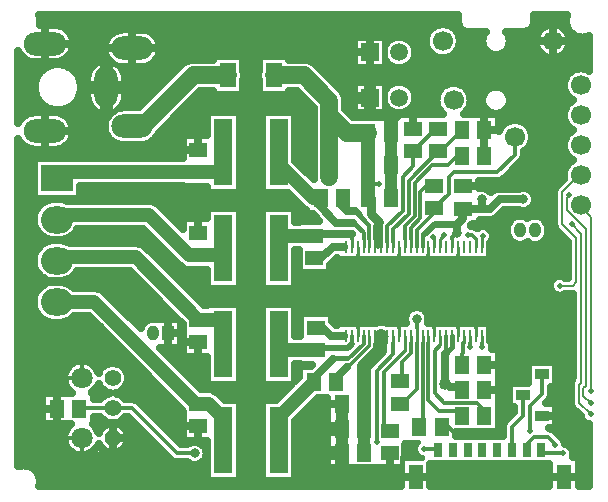
<source format=gbr>
G04 DipTrace 3.3.1.3*
G04 Bottom.gbr*
%MOIN*%
G04 #@! TF.FileFunction,Copper,L2,Bot*
G04 #@! TF.Part,Single*
G04 #@! TA.AperFunction,CopperBalancing*
%ADD13C,0.03937*%
%ADD14C,0.012992*%
%ADD15C,0.025984*%
G04 #@! TA.AperFunction,Conductor*
%ADD16C,0.015748*%
%ADD17C,0.023622*%
G04 #@! TA.AperFunction,Nonconductor*
%ADD18C,0.019685*%
G04 #@! TA.AperFunction,Conductor*
%ADD19C,0.01122*%
%ADD20C,0.007874*%
G04 #@! TA.AperFunction,CopperBalancing*
%ADD21C,0.047244*%
G04 #@! TA.AperFunction,Conductor*
%ADD22C,0.059055*%
G04 #@! TA.AperFunction,ViaPad*
%ADD23C,0.031496*%
G04 #@! TA.AperFunction,CopperBalancing*
%ADD25C,0.003937*%
%ADD26C,0.025*%
%ADD27C,0.043307*%
%ADD28C,0.017717*%
%ADD30R,0.059055X0.051181*%
%ADD31R,0.051181X0.059055*%
%ADD36R,0.055118X0.082677*%
G04 #@! TA.AperFunction,ComponentPad*
%ADD38O,0.137795X0.07874*%
%ADD39O,0.07874X0.137795*%
%ADD40O,0.141732X0.07874*%
%ADD41C,0.066929*%
%ADD42R,0.066929X0.066929*%
%ADD43R,0.05937X0.05937*%
%ADD44C,0.05937*%
%ADD45R,0.106299X0.090551*%
%ADD46O,0.106299X0.090551*%
%ADD47R,0.031496X0.047244*%
%ADD48R,0.051181X0.084646*%
G04 #@! TA.AperFunction,ComponentPad*
%ADD49R,0.03937X0.051181*%
%ADD50O,0.03937X0.051181*%
%ADD52R,0.062992X0.224409*%
%ADD58R,0.049213X0.035433*%
%ADD63R,0.01122X0.03937*%
%ADD64R,0.334646X0.137795*%
G04 #@! TA.AperFunction,ComponentPad*
%ADD69C,0.055118*%
%ADD70C,0.070866*%
G04 #@! TA.AperFunction,ViaPad*
%ADD73C,0.04*%
%FSLAX26Y26*%
G04*
G70*
G90*
G75*
G01*
G04 Bottom*
%LPD*%
X1852770Y928583D2*
D14*
Y869676D1*
D15*
X1849551Y866457D1*
Y771969D1*
X1865299Y756220D1*
X1892858D1*
X1900732Y748346D1*
X1904669D1*
X1849551Y768031D2*
D14*
Y771969D1*
X1872455Y928583D2*
D16*
Y889361D1*
X1852770Y869676D1*
X741283Y686929D2*
D14*
X804669D1*
X955850Y535748D1*
X1014906D1*
X741283Y686929D2*
X630654D1*
X629079Y685354D1*
X2109394Y1382205D2*
D15*
X2030654D1*
X1999157Y1350709D1*
X1966955D1*
X1908606D1*
Y1319213D1*
X1888921Y1299528D1*
D17*
X1814118D1*
D18*
X1782622Y1268031D1*
X1778685D1*
D14*
X1774030Y1263377D1*
Y1223858D1*
X1888921Y1271969D2*
D15*
Y1299528D1*
X1904669Y1315276D1*
Y1346772D1*
X1908606Y1350709D1*
X1971598Y1382205D2*
Y1355352D1*
D14*
X1966955Y1350709D1*
X1872455Y1223858D2*
D19*
Y1250039D1*
D14*
Y1255503D1*
X1888921Y1271969D1*
X1810181Y1256220D2*
X1813400Y1253001D1*
D19*
Y1223858D1*
X1845614Y1264094D2*
X1833085Y1251566D1*
Y1223858D1*
X1695290D2*
Y1197677D1*
D14*
Y1174261D1*
X1793715Y1223858D2*
D19*
Y1197677D1*
D14*
Y1174261D1*
X1892140Y1223858D2*
D19*
Y1197677D1*
D14*
Y1174261D1*
X1667936Y1604215D2*
D13*
Y1495640D1*
Y1386375D1*
X1668140D1*
X1695290Y1197677D2*
D14*
Y1125433D1*
X1744503Y1076220D1*
X1793715Y1197677D2*
Y1125433D1*
X1744503Y1076220D1*
X1892140Y1197677D2*
Y1154576D1*
X1813785Y1076220D1*
X1744503D1*
X1505585Y699046D2*
D13*
Y618720D1*
Y538395D1*
X1505381D1*
X1557495Y1223858D2*
D19*
Y1197677D1*
D14*
Y1186072D1*
X1585772Y1157795D1*
X1662928D1*
X1744503Y1076220D1*
X1557495Y928583D2*
D19*
Y954764D1*
D14*
Y1004970D1*
X1628745Y1076220D1*
X1744503D1*
X1813400Y928583D2*
D19*
Y954764D1*
D14*
Y1007323D1*
X1744503Y1076220D1*
X1892140Y928583D2*
D19*
Y954764D1*
D14*
Y1027156D1*
X1843076Y1076220D1*
X1744503D1*
X1951196Y928583D2*
D19*
Y954764D1*
D14*
Y1056151D1*
X1931126Y1076220D1*
X1744503D1*
X1979472Y1527874D2*
D15*
Y1614488D1*
X1837740Y622362D2*
D14*
X1861362D1*
X1888921Y594803D1*
X2034591D1*
Y669606D1*
X2050339Y685354D1*
Y827087D1*
X2070024Y846772D1*
Y866457D1*
X1695290Y928583D2*
D19*
Y954764D1*
D14*
Y1027008D1*
X1744503Y1076220D1*
X1593133Y1495640D2*
D21*
Y1604215D1*
Y1495640D2*
Y1386375D1*
X1593337D1*
X1463724Y1457008D2*
D22*
Y1645984D1*
Y1708976D1*
X1377110Y1795591D1*
X1278685D1*
X1616550Y1223858D2*
D19*
Y1250039D1*
D14*
Y1294873D1*
X1629079Y1307402D1*
D23*
X1601520Y1334961D1*
Y1386375D1*
X1593337D1*
X1636235Y1223858D2*
D19*
Y1250039D1*
D14*
Y1300245D1*
X1629079Y1307402D1*
X1625142Y1224724D2*
X1629079Y1307402D1*
X1593133Y1604215D2*
D22*
X1521241D1*
X1479472Y1645984D1*
X1463724D1*
X1580184Y538395D2*
D13*
Y618720D1*
X1580388D1*
Y699046D2*
D21*
Y618720D1*
X1655920Y928583D2*
D19*
X1636235D1*
X1616550D1*
X1636235D2*
D21*
X1633016Y878268D1*
X1580388Y825640D1*
Y699046D1*
D14*
D3*
X1629079Y1433386D2*
X1605457D1*
Y1398495D1*
X1593337Y1386375D1*
X1754345Y1223858D2*
Y1279125D1*
X1812596Y1337375D1*
Y1352808D1*
X1861362Y1401575D1*
Y1457008D1*
X1877110Y1472756D1*
X2022780D1*
X2081835Y1531811D1*
Y1590866D1*
X1714975Y1223858D2*
D19*
Y1250039D1*
D14*
Y1294873D1*
X1747189Y1327087D1*
Y1437323D1*
X1806244Y1496378D1*
X1857425D1*
X1904669Y1543622D1*
Y1527874D1*
X1734660Y1223858D2*
D19*
Y1250039D1*
D14*
Y1286999D1*
X1766874Y1319213D1*
Y1405827D1*
X1786559Y1425512D1*
X1812596D1*
Y1427612D1*
X1754345Y928583D2*
D19*
Y902402D1*
D14*
Y751566D1*
X1703882Y701102D1*
X1699945D1*
X1754345Y928583D2*
D19*
Y954764D1*
D14*
Y983849D1*
X1755063Y984567D1*
X1714975Y928583D2*
D19*
Y877550D1*
D14*
X1644827Y807402D1*
Y610551D1*
X1664512D1*
X1833085Y928583D2*
D19*
Y897235D1*
D14*
X1814118Y878268D1*
Y736535D1*
X1845614Y705039D1*
X1955850D1*
X1975535Y685354D1*
X1979983Y660366D1*
X1793715Y928583D2*
D19*
Y902402D1*
D14*
Y713631D1*
X1829866Y677480D1*
X1905180D1*
Y660366D1*
X1904975Y831243D2*
Y866151D1*
X1908606Y869782D1*
Y902402D1*
D19*
X1911825D1*
Y928583D1*
X1774030D2*
Y902402D1*
D14*
Y646702D1*
X1762937Y635609D1*
Y622362D1*
X1411864Y773811D2*
D21*
X1294433Y656381D1*
Y579055D1*
X1577180Y928583D2*
D14*
Y901172D1*
X1524827Y848819D1*
X1474370D1*
D15*
X1411864Y786312D1*
D14*
Y773811D1*
X1522780Y823150D2*
D15*
X1486667Y787037D1*
D14*
Y773811D1*
X1596865Y928583D2*
D19*
Y893298D1*
D14*
X1486667Y783100D1*
Y773811D1*
X1518125Y928583D2*
D19*
X1511874D1*
D15*
X1469614D1*
X1443117Y955080D1*
D14*
X1419738D1*
X1577180Y1223858D2*
D19*
Y1250039D1*
D14*
Y1271064D1*
X1543127Y1305117D1*
D15*
X1486871D1*
X1430615Y1361373D1*
D14*
Y1383129D1*
X1433862Y1386375D1*
D21*
X1408373D1*
X1294433Y1500315D1*
Y1539395D1*
X1508665Y1386375D2*
D14*
X1499157D1*
Y1366457D1*
D15*
X1522993Y1342621D1*
X1549378D1*
D14*
X1596865Y1295134D1*
Y1250039D1*
D19*
Y1223858D1*
X1537810D2*
Y1250039D1*
D14*
Y1267613D1*
D15*
X1419738D1*
D14*
X1413487Y1261362D1*
D21*
X1294433D1*
Y1219282D1*
X1413487Y1186559D2*
D15*
X1437071D1*
X1474370Y1223858D1*
X1510969D1*
D19*
X1518125D1*
X1109394Y579055D2*
D21*
Y653858D1*
X1062150Y701102D1*
X1026717D1*
X1018843D1*
X680260Y1039685D1*
X554276D1*
X1109394Y899168D2*
Y980630D1*
X1026717D1*
X818055Y1189291D1*
X581835D1*
X570024Y1177480D1*
X554276D1*
X1109394Y1539395D2*
Y1472756D1*
X1026717D1*
X589709D1*
D14*
Y1484567D1*
X554276D1*
Y1453071D1*
X1109394Y1219282D2*
D21*
Y1197165D1*
X1026717D1*
X995220D1*
X861362Y1331024D1*
X554276D1*
Y1315276D1*
X1675605Y1223858D2*
D19*
Y1240472D1*
D14*
Y1283062D1*
X1727504Y1334961D1*
Y1445197D1*
X1825929Y1543622D1*
X1833803D1*
X1904669Y1614488D1*
X1825929Y1618425D2*
X1818055D1*
X1743252Y1543622D1*
X1655920Y1223858D2*
D19*
Y1240472D1*
D14*
Y1292896D1*
X1707819Y1344795D1*
Y1457008D1*
X1743252Y1492441D1*
Y1543622D1*
X1924354Y1264094D2*
X1937140D1*
X1951196Y1250039D1*
D19*
Y1223858D1*
X1971598Y890079D2*
D14*
Y901684D1*
X1970881Y902402D1*
D19*
Y928583D1*
Y1223858D2*
Y1260157D1*
X1975535D1*
X1125147Y1795591D2*
D22*
X1010969D1*
X841677Y1626299D1*
X806244D1*
X1734660Y928583D2*
D19*
Y902402D1*
D14*
Y869676D1*
X1703882Y838898D1*
Y779843D1*
X1699945Y775906D1*
X2231441Y1094803D2*
D20*
X2274748D1*
X2286559Y1106614D1*
Y1252283D1*
X2239315Y1299528D1*
Y1405827D1*
X2296008Y1462520D1*
X2302307D1*
X2262937Y1397953D2*
Y1394016D1*
X2255063Y1386142D1*
Y1346772D1*
X2318055Y1283780D1*
Y760157D1*
X2310181Y752283D1*
Y728661D1*
X2333803Y705039D1*
X2270811Y1299528D2*
X2302307Y1268031D1*
Y771969D1*
X2294433Y764094D1*
Y705039D1*
X2333803Y665669D1*
Y744409D2*
Y1323150D1*
X2302307Y1354646D1*
Y1362520D1*
X2133016Y610551D2*
D14*
Y693228D1*
X2172386Y732598D1*
Y799528D1*
X1932228Y890079D2*
Y901684D1*
X1931510Y902402D1*
D19*
Y928583D1*
X1537810D2*
D14*
Y899757D1*
D18*
X1524375Y886323D1*
X1419738D1*
Y880277D1*
D21*
X1313324D1*
X1294433Y899168D1*
X1778685Y551496D2*
D14*
X1821992D1*
X1825929Y547559D1*
X1877110Y535748D2*
Y545591D1*
X1875142Y547559D1*
X1924354Y535748D2*
Y547559D1*
X1975535Y535748D2*
Y545591D1*
X1973567Y547559D1*
X2022780Y535748D2*
Y547559D1*
X1621205Y575118D2*
Y811339D1*
X1675605Y865739D1*
Y903119D1*
D19*
Y928583D1*
X2215693Y563307D2*
D14*
Y567244D1*
X2192071Y590866D1*
X2144827D1*
X2121205Y567244D1*
Y547559D1*
X2243252Y535748D2*
X2182228D1*
X2170417Y547559D1*
X2109394Y730631D2*
Y661732D1*
X2071992Y624331D1*
Y547559D1*
D13*
X1463724Y1457008D3*
D73*
X1849551Y768031D3*
X2321992Y594803D3*
D18*
X1975535Y1260157D3*
X1971598Y890079D3*
X1924354Y1264094D3*
X1932228Y890079D3*
X1845614Y1264094D3*
X1810181Y1256220D3*
X2333803Y744409D3*
Y705039D3*
Y665669D3*
X2270811Y1299528D3*
X2262937Y1397953D3*
D13*
X1633016Y878268D3*
D23*
X1755063Y984567D3*
D73*
X1814118Y1043622D3*
D23*
X2109394Y1382205D3*
D18*
X1629079Y1433386D3*
D23*
X1971598Y1382205D3*
D18*
X2133016Y610551D3*
D23*
X1888921Y1271969D3*
D73*
X1207819Y697165D3*
X2188134Y1075118D3*
X1680260D3*
D23*
X1014906Y535748D3*
D73*
X1566087Y1075118D3*
X1947976D3*
X2188134Y866457D3*
X877110Y468819D3*
D18*
X1070024Y1722756D3*
D73*
X1207819Y1020000D3*
Y1437323D3*
Y468819D3*
Y778530D3*
Y1096115D3*
X696008Y1257533D3*
Y1105302D3*
D18*
X2231441Y1094803D3*
D73*
X696008Y953071D3*
Y1409764D3*
X1270811Y1966850D3*
D18*
X1097583Y1722756D3*
X2215693Y563307D3*
X2243252Y535748D3*
X1778685Y551496D3*
X1877110Y535748D3*
X1924354D3*
X1975535D3*
D73*
X1434197Y689291D3*
D18*
X2022780Y535748D3*
D73*
X1434197Y590866D3*
D18*
X1058213Y1874331D3*
D73*
X1727504Y1966850D3*
D18*
X1101520Y1874331D3*
D73*
X2070024Y1075118D3*
Y866457D3*
X2286559Y563307D3*
D18*
X1621205Y575118D3*
X1070024Y1677480D3*
X1097583D3*
X1083803Y1699134D3*
X1058213Y1915669D3*
X1101520D3*
X1079866Y1895984D3*
X1476736Y855546D2*
D25*
X1528260D1*
X1476736Y851740D2*
X1528260D1*
X1528650Y859352D2*
X1476346D1*
X1476339Y850793D1*
X1528650Y850787D1*
X1528657Y859346D1*
X501061Y1970820D2*
D26*
X1889803D1*
X2147858D2*
X2249219D1*
X593499Y1945951D2*
X755396D1*
X857068D2*
X1795392D1*
X1887949D2*
X1904731D1*
X2132966D2*
X2161554D1*
X608606Y1921083D2*
X722168D1*
X890333D2*
X1542085D1*
X1653087D2*
X1672596D1*
X1719401D2*
X1783514D1*
X1899827D2*
X1971655D1*
X2066042D2*
X2149676D1*
X2265953D2*
X2327841D1*
X611333Y1896214D2*
X712335D1*
X900165D2*
X1542085D1*
X1745848D2*
X1784016D1*
X1899324D2*
X1972301D1*
X2065396D2*
X2150179D1*
X2265487D2*
X2327841D1*
X603654Y1871345D2*
X713304D1*
X899196D2*
X1542085D1*
X1751517D2*
X1797365D1*
X1886011D2*
X1990853D1*
X2046808D2*
X2163492D1*
X2252138D2*
X2327841D1*
X428719Y1846476D2*
X451565D1*
X578248D2*
X701534D1*
X886816D2*
X994170D1*
X1178519D2*
X1225300D1*
X1393896D2*
X1542085D1*
X1744771D2*
X2327841D1*
X428719Y1821608D2*
X513932D1*
X602470D2*
X665686D1*
X773566D2*
X959721D1*
X1178519D2*
X1225300D1*
X1428345D2*
X1542085D1*
X1653087D2*
X1678194D1*
X1713803D2*
X2327841D1*
X428719Y1796739D2*
X489530D1*
X626871D2*
X655387D1*
X783865D2*
X934853D1*
X1180492D2*
X1223326D1*
X1453212D2*
X2254494D1*
X428719Y1771870D2*
X479698D1*
X636703D2*
X654418D1*
X784833D2*
X909985D1*
X1178519D2*
X1225300D1*
X1478080D2*
X1542085D1*
X1653087D2*
X1675610D1*
X1716387D2*
X2243801D1*
X428719Y1747001D2*
X478657D1*
X637744D2*
X654418D1*
X784833D2*
X885118D1*
X1178519D2*
X1225300D1*
X1502948D2*
X1542085D1*
X1745238D2*
X1829195D1*
X1925018D2*
X1985327D1*
X2052371D2*
X2245164D1*
X428719Y1722133D2*
X486014D1*
X630424D2*
X654598D1*
X784654D2*
X860250D1*
X1014743D2*
X1373322D1*
X1517409D2*
X1542085D1*
X1751517D2*
X1818573D1*
X1935639D2*
X1971188D1*
X2066509D2*
X2259877D1*
X428719Y1697264D2*
X505283D1*
X611154D2*
X661774D1*
X777477D2*
X835382D1*
X989876D2*
X1398190D1*
X1519096D2*
X1542085D1*
X1745417D2*
X1820008D1*
X1934204D2*
X1972983D1*
X2064715D2*
X2254889D1*
X428719Y1672395D2*
X470619D1*
X559194D2*
X685781D1*
X965008D2*
X1052087D1*
X1166713D2*
X1237106D1*
X1351768D2*
X1408381D1*
X1653087D2*
X1674713D1*
X1717284D2*
X1834828D1*
X1919420D2*
X1994370D1*
X2043328D2*
X2243872D1*
X599527Y1647526D2*
X715206D1*
X940140D2*
X1052087D1*
X1166713D2*
X1237106D1*
X1351768D2*
X1408381D1*
X2030876D2*
X2075468D1*
X2088197D2*
X2245021D1*
X610436Y1622657D2*
X711618D1*
X915272D2*
X1052087D1*
X1166713D2*
X1237106D1*
X1351768D2*
X1408381D1*
X2131387D2*
X2259374D1*
X610293Y1597789D2*
X718364D1*
X894101D2*
X1052087D1*
X1166713D2*
X1237106D1*
X1351768D2*
X1408381D1*
X2140717D2*
X2255283D1*
X599061Y1572920D2*
X741330D1*
X871171D2*
X971347D1*
X1166713D2*
X1237106D1*
X1351768D2*
X1408381D1*
X2138205D2*
X2243980D1*
X428719Y1548051D2*
X475930D1*
X553883D2*
X971347D1*
X1166713D2*
X1237106D1*
X1351768D2*
X1408381D1*
X2121663D2*
X2244877D1*
X428719Y1523182D2*
X971347D1*
X1166713D2*
X1237106D1*
X1351768D2*
X1408381D1*
X2112871D2*
X2258836D1*
X428719Y1498314D2*
X475284D1*
X1166713D2*
X1237106D1*
X1365332D2*
X1408381D1*
X2093027D2*
X2255714D1*
X428719Y1473445D2*
X475284D1*
X1166713D2*
X1237106D1*
X1390200D2*
X1408381D1*
X2068160D2*
X2244088D1*
X428719Y1448576D2*
X475284D1*
X1166713D2*
X1237106D1*
X2042754D2*
X2241002D1*
X428719Y1423707D2*
X475284D1*
X633259D2*
X1052087D1*
X1166713D2*
X1237106D1*
X1963952D2*
X2216241D1*
X428719Y1398839D2*
X475284D1*
X633259D2*
X1327031D1*
X2147248D2*
X2209567D1*
X428719Y1373970D2*
X508370D1*
X882833D2*
X1351899D1*
X2150083D2*
X2209567D1*
X428719Y1349101D2*
X484219D1*
X912186D2*
X1052087D1*
X1166713D2*
X1237106D1*
X1351768D2*
X1377341D1*
X2132643D2*
X2209567D1*
X428719Y1324232D2*
X475894D1*
X937054D2*
X1052087D1*
X1166713D2*
X1237106D1*
X1351768D2*
X1413907D1*
X2026534D2*
X2077047D1*
X2170465D2*
X2209567D1*
X428719Y1299364D2*
X477186D1*
X1166713D2*
X1237106D1*
X1941524D2*
X2055480D1*
X2192068D2*
X2209567D1*
X428719Y1274495D2*
X488741D1*
X619802D2*
X848982D1*
X1166713D2*
X1237106D1*
X2007946D2*
X2053256D1*
X2194292D2*
X2223275D1*
X428719Y1249626D2*
X523979D1*
X584564D2*
X873850D1*
X1166713D2*
X1237106D1*
X2009489D2*
X2060791D1*
X2186757D2*
X2248143D1*
X428719Y1224757D2*
X494195D1*
X851327D2*
X898718D1*
X1166713D2*
X1237106D1*
X2002312D2*
X2256791D1*
X428719Y1199888D2*
X479052D1*
X876338D2*
X923585D1*
X1166713D2*
X1237106D1*
X2002312D2*
X2256791D1*
X428719Y1175020D2*
X475356D1*
X901206D2*
X948453D1*
X1166713D2*
X1237106D1*
X1479408D2*
X2256791D1*
X428719Y1150151D2*
X480990D1*
X926074D2*
X971347D1*
X1166713D2*
X1237106D1*
X1468858D2*
X2256791D1*
X428719Y1125282D2*
X499398D1*
X609180D2*
X813170D1*
X950977D2*
X1052087D1*
X1166713D2*
X1237106D1*
X1351768D2*
X2215847D1*
X428719Y1100413D2*
X511994D1*
X596549D2*
X838038D1*
X975845D2*
X1052087D1*
X1166713D2*
X1237106D1*
X1351768D2*
X2196254D1*
X428719Y1075545D2*
X485404D1*
X713065D2*
X862905D1*
X1000713D2*
X2201924D1*
X428719Y1050676D2*
X476181D1*
X738148D2*
X887773D1*
X1025580D2*
X2272544D1*
X428719Y1025807D2*
X476720D1*
X763016D2*
X912641D1*
X1166713D2*
X1237106D1*
X1351768D2*
X2272544D1*
X428719Y1000938D2*
X487306D1*
X787919D2*
X937509D1*
X1166713D2*
X1237106D1*
X1351768D2*
X1364387D1*
X1475102D2*
X1717092D1*
X1793035D2*
X2272544D1*
X428719Y976070D2*
X518238D1*
X590341D2*
X674980D1*
X812787D2*
X847188D1*
X1166713D2*
X1237106D1*
X1351768D2*
X1364387D1*
X1475999D2*
X1714437D1*
X1795691D2*
X2272544D1*
X428719Y951201D2*
X699848D1*
X1166713D2*
X1237106D1*
X1351768D2*
X1364387D1*
X2002312D2*
X2272544D1*
X428719Y926332D2*
X724715D1*
X1166713D2*
X1237106D1*
X2002312D2*
X2272544D1*
X428719Y901463D2*
X749583D1*
X1166713D2*
X1237106D1*
X2005255D2*
X2272544D1*
X428719Y876594D2*
X774451D1*
X912258D2*
X971347D1*
X1166713D2*
X1237106D1*
X2031199D2*
X2272544D1*
X428719Y851726D2*
X799319D1*
X937126D2*
X1052087D1*
X1166713D2*
X1237106D1*
X2031199D2*
X2272544D1*
X428719Y826857D2*
X592518D1*
X683748D2*
X707240D1*
X775324D2*
X824186D1*
X961994D2*
X1052087D1*
X1166713D2*
X1237106D1*
X1351768D2*
X1398549D1*
X2031199D2*
X2121938D1*
X2222820D2*
X2272544D1*
X428719Y801988D2*
X578846D1*
X792405D2*
X849054D1*
X986861D2*
X1052087D1*
X1166713D2*
X1237106D1*
X2031199D2*
X2121938D1*
X2222820D2*
X2272544D1*
X428719Y777119D2*
X577698D1*
X793733D2*
X873922D1*
X1011729D2*
X1052087D1*
X1166713D2*
X1237106D1*
X2030876D2*
X2121938D1*
X2222820D2*
X2267986D1*
X428719Y752251D2*
X588212D1*
X688054D2*
X701534D1*
X781030D2*
X898789D1*
X1036597D2*
X1321398D1*
X2030876D2*
X2058961D1*
X2204699D2*
X2264685D1*
X428719Y727382D2*
X502843D1*
X680482D2*
X707921D1*
X774642D2*
X923657D1*
X1104777D2*
X1296530D1*
X2030876D2*
X2058961D1*
X2204232D2*
X2264685D1*
X428719Y702513D2*
X502843D1*
X833744D2*
X948525D1*
X1166713D2*
X1237106D1*
X1409469D2*
X1454169D1*
X2031414D2*
X2058961D1*
X2222820D2*
X2264793D1*
X428719Y677644D2*
X502843D1*
X858647D2*
X971347D1*
X1166713D2*
X1237106D1*
X1384602D2*
X1454169D1*
X2031414D2*
X2077083D1*
X2222820D2*
X2280761D1*
X428719Y652776D2*
X502843D1*
X680482D2*
X701068D1*
X781496D2*
X794151D1*
X883515D2*
X971347D1*
X1166713D2*
X1237106D1*
X1359734D2*
X1454169D1*
X2031414D2*
X2055767D1*
X2222820D2*
X2300749D1*
X428719Y627907D2*
X593523D1*
X682743D2*
X708603D1*
X773960D2*
X819019D1*
X908383D2*
X971347D1*
X1166713D2*
X1237106D1*
X1351768D2*
X1454169D1*
X2222820D2*
X2327841D1*
X428719Y603038D2*
X579133D1*
X792046D2*
X843887D1*
X933250D2*
X971347D1*
X1166713D2*
X1237106D1*
X1351768D2*
X1454169D1*
X1889169D2*
X2039655D1*
X2224579D2*
X2327841D1*
X428719Y578169D2*
X577518D1*
X793912D2*
X868754D1*
X958118D2*
X971347D1*
X1166713D2*
X1237106D1*
X1351768D2*
X1453954D1*
X2247832D2*
X2327841D1*
X428719Y553301D2*
X587458D1*
X781963D2*
X893622D1*
X1166713D2*
X1237106D1*
X1351768D2*
X1453954D1*
X2273884D2*
X2327841D1*
X428719Y528432D2*
X630089D1*
X646175D2*
X918490D1*
X1166713D2*
X1237106D1*
X1351768D2*
X1453954D1*
X2278118D2*
X2327841D1*
X428719Y503563D2*
X990258D1*
X1039575D2*
X1052087D1*
X1166713D2*
X1237106D1*
X1351768D2*
X1453954D1*
X2296634D2*
X2327841D1*
X486600Y478694D2*
X1052087D1*
X1166713D2*
X1237106D1*
X1351768D2*
X1699725D1*
X1802545D2*
X2193814D1*
X2296634D2*
X2327841D1*
X499913Y453825D2*
X1052087D1*
X1166713D2*
X1237106D1*
X1351768D2*
X1699725D1*
X1802545D2*
X2193814D1*
X2296634D2*
X2327841D1*
X499949Y428957D2*
X1699725D1*
X1802545D2*
X2193814D1*
X2296634D2*
X2327841D1*
X1692235Y1667342D2*
X1843228D1*
X1836953Y1672756D1*
X1831165Y1679532D1*
X1826509Y1687131D1*
X1823098Y1695364D1*
X1821018Y1704029D1*
X1820319Y1712913D1*
X1821018Y1721798D1*
X1823098Y1730463D1*
X1826509Y1738696D1*
X1831165Y1746294D1*
X1836953Y1753071D1*
X1843729Y1758859D1*
X1851328Y1763515D1*
X1859561Y1766925D1*
X1868226Y1769006D1*
X1877110Y1769705D1*
X1885994Y1769006D1*
X1894660Y1766925D1*
X1902893Y1763515D1*
X1910491Y1758859D1*
X1917268Y1753071D1*
X1923055Y1746294D1*
X1927712Y1738696D1*
X1931122Y1730463D1*
X1933202Y1721798D1*
X1933902Y1712913D1*
X1933202Y1704029D1*
X1931122Y1695364D1*
X1927712Y1687131D1*
X1923055Y1679532D1*
X1917268Y1672756D1*
X1910970Y1667346D1*
X2011632Y1667385D1*
X2004598Y1669074D1*
X1997915Y1671842D1*
X1991748Y1675621D1*
X1986248Y1680319D1*
X1981550Y1685819D1*
X1977771Y1691986D1*
X1975003Y1698669D1*
X1973314Y1705702D1*
X1972747Y1712913D1*
X1973314Y1720124D1*
X1975003Y1727158D1*
X1977771Y1733840D1*
X1981550Y1740008D1*
X1986248Y1745508D1*
X1991748Y1750206D1*
X1997915Y1753985D1*
X2004598Y1756753D1*
X2011632Y1758442D1*
X2018843Y1759009D1*
X2026053Y1758442D1*
X2033087Y1756753D1*
X2039770Y1753985D1*
X2045937Y1750206D1*
X2051437Y1745508D1*
X2056135Y1740008D1*
X2059914Y1733840D1*
X2062682Y1727158D1*
X2064371Y1720124D1*
X2064938Y1712913D1*
X2064371Y1705702D1*
X2062682Y1698669D1*
X2059914Y1691986D1*
X2056135Y1685819D1*
X2051437Y1680319D1*
X2045937Y1675621D1*
X2039770Y1671842D1*
X2033087Y1669074D1*
X2025702Y1667344D1*
X2028390Y1667342D1*
Y1610078D1*
X2031233Y1616649D1*
X2035889Y1624247D1*
X2041677Y1631024D1*
X2048454Y1636811D1*
X2056052Y1641468D1*
X2064285Y1644878D1*
X2072951Y1646958D1*
X2081835Y1647657D1*
X2090719Y1646958D1*
X2099384Y1644878D1*
X2107617Y1641468D1*
X2115216Y1636811D1*
X2121992Y1631024D1*
X2127780Y1624247D1*
X2132436Y1616649D1*
X2135846Y1608416D1*
X2137927Y1599750D1*
X2138626Y1590866D1*
X2137927Y1581982D1*
X2135846Y1573317D1*
X2132436Y1565083D1*
X2127780Y1557485D1*
X2121992Y1550709D1*
X2115216Y1544921D1*
X2111667Y1542550D1*
X2111566Y1529471D1*
X2110834Y1524849D1*
X2109387Y1520398D1*
X2107263Y1516229D1*
X2104512Y1512443D1*
X2050957Y1458757D1*
X2042148Y1450078D1*
X2038362Y1447328D1*
X2034192Y1445203D1*
X2029742Y1443757D1*
X2025119Y1443025D1*
X1961453Y1442933D1*
X1961461Y1419935D1*
X1968533Y1421159D1*
X1974664D1*
X1980720Y1420200D1*
X1986552Y1418305D1*
X1992015Y1415521D1*
X1996975Y1411917D1*
X2001311Y1407582D1*
X2002788Y1405709D1*
X2007066Y1409822D1*
X2011677Y1413172D1*
X2016755Y1415759D1*
X2022175Y1417520D1*
X2027804Y1418412D1*
X2076585Y1418524D1*
X2094994D1*
X2100272Y1420200D1*
X2106328Y1421159D1*
X2112459D1*
X2118516Y1420200D1*
X2124347Y1418305D1*
X2129810Y1415521D1*
X2134771Y1411917D1*
X2139106Y1407582D1*
X2142710Y1402621D1*
X2145494Y1397158D1*
X2147389Y1391327D1*
X2148348Y1385270D1*
Y1379139D1*
X2147389Y1373083D1*
X2145494Y1367251D1*
X2142710Y1361788D1*
X2139106Y1356828D1*
X2134771Y1352492D1*
X2129810Y1348888D1*
X2124347Y1346104D1*
X2118516Y1344210D1*
X2112459Y1343250D1*
X2106328D1*
X2100272Y1344210D1*
X2095036Y1345884D1*
X2045699Y1345886D1*
X2022745Y1323091D1*
X2018134Y1319742D1*
X2013056Y1317154D1*
X2007636Y1315393D1*
X2002007Y1314502D1*
X1966944Y1314390D1*
X1961461Y1307762D1*
Y1301791D1*
X1940469D1*
X1937989Y1297865D1*
X1936216Y1295617D1*
X1937048Y1294739D1*
X1939480Y1293826D1*
X1944102Y1293093D1*
X1948553Y1291647D1*
X1952723Y1289523D1*
X1954677Y1288216D1*
X1958205Y1288439D1*
X1962842Y1290802D1*
X1967792Y1292410D1*
X1972933Y1293225D1*
X1978138D1*
X1983279Y1292410D1*
X1988229Y1290802D1*
X1992866Y1288439D1*
X1997077Y1285380D1*
X2000758Y1281699D1*
X2003817Y1277488D1*
X2006180Y1272851D1*
X2007788Y1267901D1*
X2008602Y1262760D1*
Y1257555D1*
X2007788Y1252414D1*
X2006180Y1247464D1*
X2003817Y1242827D1*
X2000758Y1238616D1*
X1999811Y1237592D1*
X1999818Y1180846D1*
X1882889D1*
X1804148Y1180882D1*
X1686038Y1180846D1*
X1607298Y1180882D1*
X1548243D1*
X1489188Y1180846D1*
Y1187341D1*
X1466349Y1164474D1*
X1466341Y1137642D1*
X1360633D1*
Y1214418D1*
X1349290Y1214413D1*
X1349256Y1083751D1*
X1239610D1*
Y1354814D1*
X1349256D1*
Y1308344D1*
X1360639Y1308311D1*
X1360633Y1310279D1*
X1430356D1*
X1407096Y1333530D1*
X1384945Y1333521D1*
Y1345686D1*
X1380777Y1348393D1*
X1375175Y1353177D1*
X1324503Y1403849D1*
X1239610Y1403864D1*
Y1674927D1*
X1349256D1*
Y1511905D1*
X1411390Y1449753D1*
X1410870Y1457008D1*
Y1687072D1*
X1355228Y1742726D1*
X1329564Y1742736D1*
X1329571Y1730925D1*
X1227799D1*
Y1781271D1*
X1226481Y1787322D1*
X1225831Y1795591D1*
X1226481Y1803859D1*
X1227797Y1809723D1*
X1227799Y1860256D1*
X1329571D1*
Y1848450D1*
X1381257Y1848282D1*
X1389449Y1846985D1*
X1397337Y1844422D1*
X1404727Y1840656D1*
X1411436Y1835781D1*
X1433971Y1813477D1*
X1503915Y1743303D1*
X1508790Y1736593D1*
X1512555Y1729203D1*
X1515118Y1721315D1*
X1516416Y1713123D1*
X1516579Y1683606D1*
X1543159Y1657045D1*
X1690392Y1657069D1*
X1690398Y1667342D1*
X1692235D1*
X1456670Y646192D2*
X1456668Y720953D1*
X1425435Y720956D1*
X1349275Y644827D1*
X1349256Y443523D1*
X1239611D1*
Y714586D1*
X1286224D1*
X1335302Y763645D1*
X1239611Y763636D1*
Y1034699D1*
X1349256D1*
Y927226D1*
X1366899D1*
X1366883Y1003997D1*
X1472592D1*
Y976976D1*
X1484657Y964903D1*
X1489171Y964902D1*
X1489188Y971594D1*
X1617635Y971690D1*
X1624607Y974069D1*
X1631866Y975328D1*
X1639233Y975436D1*
X1646525Y974390D1*
X1653564Y972216D1*
X1654973Y971592D1*
X1718175Y971594D1*
X1716469Y978454D1*
X1715988Y984567D1*
X1716469Y990680D1*
X1717901Y996642D1*
X1720247Y1002307D1*
X1723451Y1007535D1*
X1727433Y1012197D1*
X1732095Y1016179D1*
X1737323Y1019383D1*
X1742988Y1021729D1*
X1748950Y1023161D1*
X1755063Y1023642D1*
X1761176Y1023161D1*
X1767138Y1021729D1*
X1772803Y1019383D1*
X1778031Y1016179D1*
X1782693Y1012197D1*
X1786675Y1007535D1*
X1789879Y1002307D1*
X1792225Y996642D1*
X1793657Y990680D1*
X1794138Y984567D1*
X1793657Y978454D1*
X1791898Y971604D1*
X1999818Y971594D1*
X1999962Y910899D1*
X2001055Y906340D1*
X2003851Y897822D1*
X2004665Y892681D1*
Y887476D1*
X2004352Y884097D1*
X2028696D1*
Y778388D1*
X2028387D1*
X2028390Y713220D1*
X2028901D1*
Y607512D1*
X1886671Y607511D1*
X1886657Y594513D1*
X2042160Y594508D1*
X2042261Y626671D1*
X2042993Y631293D1*
X2044439Y635743D1*
X2046564Y639913D1*
X2049315Y643699D1*
X2079551Y674066D1*
X2079571Y689614D1*
X2061461Y689588D1*
Y771674D1*
X2124438D1*
X2124453Y840571D1*
X2220319D1*
Y758484D1*
X2202198D1*
X2202117Y730259D1*
X2201385Y725636D1*
X2199939Y721186D1*
X2197814Y717016D1*
X2195063Y713230D1*
X2184720Y702756D1*
X2220319Y702775D1*
Y620689D1*
X2194411Y620597D1*
X2199033Y619865D1*
X2203484Y618419D1*
X2207653Y616294D1*
X2211439Y613544D1*
X2234439Y590674D1*
X2239147Y586761D1*
X2242527Y582804D1*
X2245247Y578366D1*
X2247239Y573557D1*
X2248452Y568506D1*
X2253502Y567294D1*
X2258311Y565302D1*
X2262748Y562583D1*
X2266706Y559202D1*
X2270086Y555244D1*
X2272806Y550807D1*
X2274798Y545998D1*
X2276013Y540937D1*
X2276421Y535748D1*
X2276013Y530559D1*
X2274798Y525498D1*
X2273807Y522861D1*
X2294138Y522854D1*
Y426204D1*
X2330311Y426201D1*
X2330335Y632702D1*
X2326060Y633416D1*
X2321110Y635025D1*
X2316472Y637388D1*
X2312261Y640447D1*
X2308581Y644128D1*
X2305522Y648338D1*
X2303159Y652976D1*
X2301550Y657926D1*
X2301191Y659732D1*
X2273701Y687333D1*
X2271187Y690794D1*
X2269245Y694606D1*
X2267922Y698675D1*
X2267253Y702900D1*
X2267169Y764094D1*
X2267505Y768359D1*
X2268504Y772519D1*
X2270141Y776472D1*
X2272376Y780120D1*
X2273707Y781807D1*
X2275043Y790341D1*
Y1067547D1*
X2250311Y1067539D1*
X2246499Y1065249D1*
X2241691Y1063257D1*
X2236630Y1062042D1*
X2231441Y1061634D1*
X2226252Y1062042D1*
X2221191Y1063257D1*
X2216382Y1065249D1*
X2211945Y1067969D1*
X2207987Y1071349D1*
X2204606Y1075307D1*
X2201887Y1079745D1*
X2199895Y1084553D1*
X2198680Y1089614D1*
X2198272Y1094803D1*
X2198680Y1099992D1*
X2199895Y1105053D1*
X2201887Y1109862D1*
X2204606Y1114300D1*
X2207987Y1118257D1*
X2211945Y1121638D1*
X2216382Y1124357D1*
X2221191Y1126349D1*
X2226252Y1127564D1*
X2231441Y1127972D1*
X2236630Y1127564D1*
X2241691Y1126349D1*
X2246499Y1124357D1*
X2250303Y1122062D1*
X2259323Y1122067D1*
X2259295Y1241000D1*
X2218583Y1281821D1*
X2216069Y1285282D1*
X2214126Y1289094D1*
X2212804Y1293163D1*
X2212135Y1297388D1*
X2212051Y1400577D1*
X2212135Y1407966D1*
X2212804Y1412191D1*
X2214126Y1416260D1*
X2216069Y1420072D1*
X2218583Y1423533D1*
X2246552Y1451621D1*
X2245691Y1458064D1*
Y1466975D1*
X2247085Y1475777D1*
X2249839Y1484253D1*
X2253885Y1492193D1*
X2259123Y1499403D1*
X2265424Y1505704D1*
X2272634Y1510942D1*
X2275415Y1512500D1*
X2268926Y1516575D1*
X2262150Y1522362D1*
X2256362Y1529139D1*
X2251706Y1536737D1*
X2248295Y1544970D1*
X2246215Y1553636D1*
X2245516Y1562520D1*
X2246215Y1571404D1*
X2248295Y1580069D1*
X2251706Y1588302D1*
X2256362Y1595901D1*
X2262150Y1602677D1*
X2268926Y1608465D1*
X2275415Y1612500D1*
X2268926Y1616575D1*
X2262150Y1622362D1*
X2256362Y1629139D1*
X2251706Y1636737D1*
X2248295Y1644970D1*
X2246215Y1653636D1*
X2245516Y1662520D1*
X2246215Y1671404D1*
X2248295Y1680069D1*
X2251706Y1688302D1*
X2256362Y1695901D1*
X2262150Y1702677D1*
X2268926Y1708465D1*
X2275415Y1712500D1*
X2268926Y1716575D1*
X2262150Y1722362D1*
X2256362Y1729139D1*
X2251706Y1736737D1*
X2248295Y1744970D1*
X2246215Y1753636D1*
X2245516Y1762520D1*
X2246215Y1771404D1*
X2248295Y1780069D1*
X2251706Y1788302D1*
X2256362Y1795901D1*
X2262150Y1802677D1*
X2268926Y1808465D1*
X2276524Y1813121D1*
X2284758Y1816531D1*
X2293423Y1818612D1*
X2302307Y1819311D1*
X2311191Y1818612D1*
X2319857Y1816531D1*
X2328090Y1813121D1*
X2330324Y1811870D1*
X2330335Y1927475D1*
X2323185Y1924553D1*
X2314820Y1922545D1*
X2306244Y1921870D1*
X2297668Y1922545D1*
X2289303Y1924553D1*
X2281355Y1927845D1*
X2274020Y1932340D1*
X2267478Y1937927D1*
X2261891Y1944469D1*
X2257397Y1951804D1*
X2254104Y1959752D1*
X2252096Y1968117D1*
X2251421Y1976693D1*
X2252096Y1985269D1*
X2254104Y1993634D1*
X2254867Y1995701D1*
X2145508Y1995689D1*
X2145429Y1971286D1*
X2143245Y1960898D1*
X2141912Y1958280D1*
X2136429Y1950350D1*
X2134194Y1948441D1*
X2126097Y1943218D1*
X2123303Y1942310D1*
X2113331Y1940571D1*
X2053153D1*
X2058146Y1933849D1*
X2061429Y1927404D1*
X2063665Y1920525D1*
X2064796Y1913380D1*
Y1906147D1*
X2063665Y1899003D1*
X2061429Y1892124D1*
X2058146Y1885679D1*
X2053894Y1879827D1*
X2048779Y1874712D1*
X2042928Y1870461D1*
X2036483Y1867177D1*
X2029603Y1864942D1*
X2022459Y1863810D1*
X2015226D1*
X2008082Y1864942D1*
X2001202Y1867177D1*
X1994758Y1870461D1*
X1988906Y1874712D1*
X1983791Y1879827D1*
X1979539Y1885679D1*
X1976256Y1892124D1*
X1974020Y1899003D1*
X1972889Y1906147D1*
Y1913380D1*
X1974020Y1920525D1*
X1976256Y1927404D1*
X1979539Y1933849D1*
X1983791Y1939701D1*
X1984588Y1940562D1*
X1922885Y1940657D1*
X1912497Y1942841D1*
X1909878Y1944175D1*
X1901948Y1949658D1*
X1900040Y1951893D1*
X1894815Y1959991D1*
X1893907Y1962790D1*
X1892169Y1972756D1*
Y1995686D1*
X495461Y1995689D1*
X497347Y1989491D1*
X498693Y1980994D1*
Y1972392D1*
X497482Y1964571D1*
X550422Y1964458D1*
X557712Y1963558D1*
X564846Y1961812D1*
X571727Y1959244D1*
X578261Y1955889D1*
X584357Y1951792D1*
X589933Y1947011D1*
X594911Y1941611D1*
X599223Y1935665D1*
X602811Y1929256D1*
X605624Y1922471D1*
X607625Y1915404D1*
X608785Y1908151D1*
X609072Y1900053D1*
X608427Y1892736D1*
X606931Y1885545D1*
X604604Y1878579D1*
X601478Y1871932D1*
X597597Y1865697D1*
X593013Y1859958D1*
X587789Y1854794D1*
X581997Y1850277D1*
X575717Y1846469D1*
X569035Y1843421D1*
X562041Y1841175D1*
X554834Y1839763D1*
X547510Y1839203D1*
X479010Y1839347D1*
X471726Y1840291D1*
X464602Y1842080D1*
X457737Y1844690D1*
X451223Y1848085D1*
X445152Y1852218D1*
X439606Y1857033D1*
X434660Y1862464D1*
X430384Y1868435D1*
X426835Y1874866D1*
X426203Y1876242D1*
X426201Y1636178D1*
X429982Y1643360D1*
X434186Y1649383D1*
X439065Y1654873D1*
X444553Y1659755D1*
X450574Y1663962D1*
X457045Y1667435D1*
X463879Y1670128D1*
X470980Y1672004D1*
X478252Y1673036D1*
X488922Y1673248D1*
X550422Y1673119D1*
X557712Y1672219D1*
X564846Y1670474D1*
X571727Y1667905D1*
X578261Y1664550D1*
X584357Y1660454D1*
X589933Y1655672D1*
X594911Y1650272D1*
X599223Y1644326D1*
X602811Y1637917D1*
X605624Y1631132D1*
X607625Y1624065D1*
X608785Y1616813D1*
X609072Y1608714D1*
X608427Y1601398D1*
X606931Y1594207D1*
X604604Y1587240D1*
X601478Y1580594D1*
X597597Y1574358D1*
X593013Y1568619D1*
X587789Y1563456D1*
X581997Y1558939D1*
X575717Y1555130D1*
X569035Y1552082D1*
X562041Y1549836D1*
X554834Y1548424D1*
X547510Y1547864D1*
X479010Y1548009D1*
X471726Y1548953D1*
X464602Y1550742D1*
X457737Y1553351D1*
X451223Y1556746D1*
X445152Y1560880D1*
X439606Y1565695D1*
X434660Y1571125D1*
X430384Y1577097D1*
X426835Y1583528D1*
X426203Y1584903D1*
X426201Y493123D1*
X435463Y495408D1*
X444039Y496083D1*
X452616Y495408D1*
X460981Y493399D1*
X468928Y490107D1*
X476263Y485612D1*
X482805Y480025D1*
X488392Y473484D1*
X492887Y466149D1*
X496179Y458201D1*
X498187Y449836D1*
X498862Y441260D1*
X498187Y432684D1*
X496713Y426212D1*
X1702194Y426201D1*
X1702209Y486828D1*
X1629098Y486831D1*
X1629101Y485540D1*
X1456463D1*
X1456668Y600774D1*
Y646196D1*
X1405525Y831359D2*
X1366883D1*
Y833333D1*
X1349225Y833328D1*
X1349256Y777589D1*
X1362959Y791303D1*
X1362946Y826665D1*
X1400876D1*
X1054574Y856909D2*
X973863D1*
X973862Y967059D1*
X968744Y968327D1*
Y887027D1*
X899308D1*
X1036341Y749999D1*
X1079571Y750020D1*
Y744673D1*
X1086680Y741133D1*
X1092640Y736803D1*
X1115063Y714585D1*
X1164217Y714586D1*
Y443523D1*
X1054571D1*
Y577407D1*
X973862Y577382D1*
X973869Y675217D1*
X972653Y680896D1*
X660833Y992716D1*
X612188Y992736D1*
X606703Y987519D1*
X597994Y981192D1*
X588403Y976305D1*
X578165Y972978D1*
X567532Y971294D1*
X546402Y971083D1*
X541019Y971294D1*
X530387Y972978D1*
X520149Y976305D1*
X510557Y981192D1*
X501848Y987519D1*
X494236Y995131D1*
X487908Y1003840D1*
X483021Y1013432D1*
X479695Y1023670D1*
X478011Y1034303D1*
Y1045068D1*
X479695Y1055700D1*
X483021Y1065938D1*
X487908Y1075530D1*
X494236Y1084239D1*
X501848Y1091851D1*
X510557Y1098178D1*
X520149Y1103065D1*
X530387Y1106392D1*
X541019Y1108076D1*
X562150Y1108287D1*
X572881Y1107443D1*
X583349Y1104930D1*
X593294Y1100810D1*
X602473Y1095186D1*
X610659Y1088194D1*
X612101Y1086634D1*
X683943Y1086489D1*
X691220Y1085337D1*
X698226Y1083060D1*
X704791Y1079716D1*
X710751Y1075385D1*
X732945Y1053396D1*
X834009Y952331D1*
X835995Y958310D1*
X839059Y964324D1*
X843026Y969784D1*
X847798Y974557D1*
X853259Y978524D1*
X859272Y981588D1*
X865691Y983674D1*
X872358Y984730D1*
X879107D1*
X882721Y984403D1*
Y984862D1*
X956089D1*
X798621Y1142329D1*
X621087Y1142342D1*
X617650Y1137157D1*
X610659Y1128971D1*
X602473Y1121980D1*
X593294Y1116355D1*
X583349Y1112236D1*
X572881Y1109723D1*
X562150Y1108878D1*
X541019Y1109089D1*
X530387Y1110773D1*
X520149Y1114100D1*
X510557Y1118987D1*
X501848Y1125315D1*
X494236Y1132927D1*
X487908Y1141636D1*
X483021Y1151227D1*
X479695Y1161465D1*
X478011Y1172098D1*
Y1182863D1*
X479695Y1193495D1*
X483021Y1203733D1*
X487908Y1213325D1*
X494236Y1222034D1*
X501848Y1229646D1*
X510557Y1235973D1*
X520149Y1240861D1*
X530387Y1244187D1*
X541019Y1245871D1*
X562150Y1246083D1*
X567532Y1245871D1*
X578165Y1244187D1*
X588403Y1240861D1*
X597535Y1236230D1*
X821739Y1236096D1*
X829015Y1234943D1*
X836022Y1232666D1*
X842586Y1229322D1*
X848546Y1224992D1*
X870740Y1203002D1*
X1044171Y1029571D1*
X1054566Y1029547D1*
X1054571Y1034699D1*
X1164217D1*
Y763636D1*
X1054571D1*
Y856899D1*
X975700Y1596476D2*
X1054566D1*
X1054571Y1674926D1*
X1164217D1*
Y1403864D1*
X1054571D1*
Y1423851D1*
X973862Y1423839D1*
Y1425812D1*
X630735Y1425807D1*
X630752Y1384468D1*
X477800D1*
Y1521673D1*
X630752D1*
Y1519699D1*
X973849Y1519705D1*
X973862Y1596476D1*
X975700D1*
Y1320886D2*
X1054566D1*
X1054571Y1354814D1*
X1164217D1*
Y1083751D1*
X1054571D1*
Y1148234D1*
X973862Y1148248D1*
Y1155389D1*
X967625Y1159183D1*
X962023Y1163968D1*
X841928Y1284062D1*
X623271Y1284075D1*
X617650Y1274952D1*
X610659Y1266766D1*
X602473Y1259775D1*
X593294Y1254150D1*
X583349Y1250031D1*
X572881Y1247518D1*
X562150Y1246673D1*
X541019Y1246885D1*
X530387Y1248569D1*
X520149Y1251895D1*
X510557Y1256782D1*
X501848Y1263110D1*
X494236Y1270722D1*
X487908Y1279431D1*
X483021Y1289023D1*
X479695Y1299261D1*
X478011Y1309893D1*
Y1320658D1*
X479695Y1331290D1*
X483021Y1341529D1*
X487908Y1351120D1*
X494236Y1359829D1*
X501848Y1367441D1*
X510557Y1373769D1*
X520149Y1378656D1*
X530387Y1381982D1*
X541019Y1383666D1*
X562150Y1383878D1*
X572881Y1383033D1*
X583349Y1380520D1*
X589874Y1377978D1*
X865046Y1377828D1*
X872322Y1376675D1*
X879329Y1374399D1*
X885893Y1371054D1*
X891853Y1366724D1*
X914047Y1344734D1*
X973854Y1284928D1*
X973862Y1320886D1*
X975700D1*
X589348Y738209D2*
X605316D1*
X599755Y742434D1*
X594505Y747569D1*
X589935Y753319D1*
X586119Y759594D1*
X583116Y766296D1*
X580972Y773320D1*
X579721Y780557D1*
X579382Y787894D1*
X579961Y795215D1*
X581449Y802407D1*
X583823Y809357D1*
X587045Y815957D1*
X591065Y822104D1*
X595820Y827700D1*
X601237Y832660D1*
X607230Y836906D1*
X613705Y840370D1*
X620563Y843000D1*
X627695Y844754D1*
X634989Y845605D1*
X642333Y845539D1*
X649612Y844557D1*
X656711Y842675D1*
X663520Y839922D1*
X669932Y836342D1*
X675848Y831989D1*
X681174Y826933D1*
X685828Y821251D1*
X689737Y815033D1*
X692840Y808377D1*
X693891Y805453D1*
X695944Y810031D1*
X700116Y816839D1*
X705302Y822911D1*
X711374Y828097D1*
X718182Y832269D1*
X725559Y835324D1*
X733323Y837188D1*
X741283Y837815D1*
X749244Y837188D1*
X757008Y835324D1*
X764385Y832269D1*
X771193Y828097D1*
X777265Y822911D1*
X782451Y816839D1*
X786623Y810031D1*
X789679Y802654D1*
X791543Y794889D1*
X792169Y786929D1*
X791543Y778969D1*
X789679Y771205D1*
X786623Y763827D1*
X782451Y757019D1*
X777265Y750947D1*
X771193Y745762D1*
X764385Y741590D1*
X757008Y738534D1*
X750637Y736947D1*
X757008Y735324D1*
X764385Y732269D1*
X771193Y728097D1*
X777265Y722911D1*
X782512Y716748D1*
X807009Y716660D1*
X811631Y715928D1*
X816082Y714482D1*
X820252Y712357D1*
X824038Y709607D1*
X877723Y656051D1*
X968181Y565593D1*
X989689Y565571D1*
X994489Y569065D1*
X999952Y571848D1*
X1005784Y573743D1*
X1011840Y574702D1*
X1017971D1*
X1024027Y573743D1*
X1029859Y571848D1*
X1035322Y569065D1*
X1040283Y565461D1*
X1044618Y561125D1*
X1048222Y556165D1*
X1051006Y550701D1*
X1052901Y544870D1*
X1053860Y538814D1*
Y532682D1*
X1052901Y526626D1*
X1051006Y520795D1*
X1048222Y515332D1*
X1044618Y510371D1*
X1040283Y506035D1*
X1035322Y502431D1*
X1029859Y499648D1*
X1024027Y497753D1*
X1017971Y496794D1*
X1011840D1*
X1005784Y497753D1*
X999952Y499648D1*
X994489Y502431D1*
X989670Y505924D1*
X953511Y506017D1*
X948888Y506749D1*
X944438Y508195D1*
X940268Y510320D1*
X936482Y513070D1*
X882797Y566626D1*
X792338Y657084D1*
X782451Y657019D1*
X777265Y650947D1*
X771193Y645762D1*
X764385Y641590D1*
X757008Y638534D1*
X750637Y636947D1*
X756628Y635446D1*
X763451Y632733D1*
X769812Y629066D1*
X775579Y624521D1*
X780633Y619194D1*
X784866Y613195D1*
X788193Y606649D1*
X790543Y599692D1*
X791867Y592470D1*
X792136Y585092D1*
X791342Y577793D1*
X789506Y570683D1*
X786666Y563912D1*
X782881Y557620D1*
X778230Y551938D1*
X772809Y546985D1*
X766732Y542864D1*
X760125Y539660D1*
X753126Y537441D1*
X745880Y536251D1*
X738539Y536117D1*
X731255Y537041D1*
X724179Y539004D1*
X717460Y541965D1*
X711236Y545862D1*
X705639Y550614D1*
X700783Y556122D1*
X696771Y562271D1*
X693896Y568408D1*
X691353Y562021D1*
X687830Y555577D1*
X683531Y549622D1*
X678523Y544251D1*
X672883Y539546D1*
X666701Y535581D1*
X660073Y532419D1*
X653101Y530108D1*
X645896Y528684D1*
X638570Y528171D1*
X631237Y528575D1*
X624012Y529892D1*
X617007Y532099D1*
X610332Y535163D1*
X604092Y539035D1*
X598383Y543656D1*
X593295Y548952D1*
X588908Y554842D1*
X585290Y561234D1*
X582498Y568026D1*
X580574Y575114D1*
X579550Y582387D1*
X579441Y589730D1*
X580249Y597030D1*
X581961Y604172D1*
X584551Y611044D1*
X587977Y617540D1*
X592188Y623558D1*
X597116Y629003D1*
X601044Y632499D1*
X505358Y632500D1*
Y738209D1*
X589348D1*
X670984D2*
X677996D1*
Y716786D1*
X700116Y716839D1*
X705302Y722911D1*
X711374Y728097D1*
X718182Y732269D1*
X725559Y735324D1*
X731930Y736911D1*
X725559Y738534D1*
X718182Y741590D1*
X711374Y745762D1*
X705302Y750947D1*
X700116Y757019D1*
X695944Y763827D1*
X693909Y768437D1*
X691353Y762021D1*
X687830Y755577D1*
X683531Y749622D1*
X678523Y744251D1*
X672883Y739546D1*
X670973Y738209D1*
X677996Y657074D2*
Y632500D1*
X675233D1*
X681174Y626933D1*
X685828Y621251D1*
X689737Y615033D1*
X692840Y608377D1*
X693891Y605453D1*
X696752Y611552D1*
X700759Y617705D1*
X705610Y623217D1*
X711204Y627973D1*
X717424Y631875D1*
X724141Y634841D1*
X731215Y636809D1*
X731844Y636924D1*
X725559Y638534D1*
X718182Y641590D1*
X711374Y645762D1*
X705302Y650947D1*
X700055Y657110D1*
X678020Y657106D1*
X1083448Y1860256D2*
X1176033D1*
Y1809910D1*
X1177351Y1803859D1*
X1178001Y1795591D1*
X1177351Y1787322D1*
X1176035Y1781458D1*
X1176033Y1730925D1*
X1074261D1*
Y1742731D1*
X1032889Y1742736D1*
X894500Y1604375D1*
X891635Y1597835D1*
X886494Y1589447D1*
X880105Y1581966D1*
X872624Y1575576D1*
X864235Y1570436D1*
X855146Y1566671D1*
X845580Y1564374D1*
X835772Y1563602D1*
X776717D1*
X766909Y1564374D1*
X757342Y1566671D1*
X748253Y1570436D1*
X739864Y1575576D1*
X732383Y1581966D1*
X725994Y1589447D1*
X720853Y1597835D1*
X717088Y1606925D1*
X714792Y1616491D1*
X714020Y1626299D1*
X714792Y1636107D1*
X717088Y1645674D1*
X720853Y1654763D1*
X725994Y1663151D1*
X727006Y1664435D1*
X718901Y1664000D1*
X711575Y1664516D1*
X704358Y1665884D1*
X697352Y1668088D1*
X690651Y1671095D1*
X684348Y1674866D1*
X678529Y1679348D1*
X673274Y1684479D1*
X668655Y1690190D1*
X664736Y1696402D1*
X661570Y1703030D1*
X659201Y1709982D1*
X657661Y1717164D1*
X656972Y1724476D1*
X657020Y1789041D1*
X657834Y1796341D1*
X659497Y1803495D1*
X661985Y1810405D1*
X665264Y1816978D1*
X669290Y1823121D1*
X674006Y1828752D1*
X679348Y1833793D1*
X685243Y1838174D1*
X691610Y1841835D1*
X698362Y1844727D1*
X705405Y1846810D1*
X712644Y1848054D1*
X719978Y1848444D1*
X726944Y1848012D1*
X722734Y1854255D1*
X719375Y1860787D1*
X716803Y1867667D1*
X715054Y1874801D1*
X714151Y1882090D1*
X714106Y1889435D1*
X714921Y1896734D1*
X716584Y1903888D1*
X719072Y1910799D1*
X722351Y1917371D1*
X726376Y1923515D1*
X731092Y1929146D1*
X736435Y1934186D1*
X742330Y1938567D1*
X748697Y1942229D1*
X755448Y1945121D1*
X762492Y1947204D1*
X769731Y1948448D1*
X778554Y1948838D1*
X839792Y1948710D1*
X847082Y1947810D1*
X854216Y1946064D1*
X861097Y1943496D1*
X867631Y1940141D1*
X873727Y1936044D1*
X879303Y1931263D1*
X884281Y1925862D1*
X888593Y1919917D1*
X892181Y1913508D1*
X894994Y1906723D1*
X896995Y1899656D1*
X898155Y1892403D1*
X898442Y1884305D1*
X897797Y1876988D1*
X896301Y1869797D1*
X893974Y1862831D1*
X890848Y1856184D1*
X886967Y1849949D1*
X882383Y1844210D1*
X877159Y1839046D1*
X871367Y1834529D1*
X865087Y1830721D1*
X858405Y1827673D1*
X851412Y1825427D1*
X844204Y1824014D1*
X836880Y1823455D1*
X772317Y1823599D1*
X769396Y1823880D1*
X773419Y1817961D1*
X776817Y1811449D1*
X779430Y1804585D1*
X781223Y1797462D1*
X782170Y1790179D1*
X782327Y1774724D1*
X782085Y1721188D1*
X781012Y1713922D1*
X779098Y1706831D1*
X776367Y1700013D1*
X772857Y1693561D1*
X769395Y1688567D1*
X776736Y1688995D1*
X829646Y1688996D1*
X976642Y1835781D1*
X983352Y1840656D1*
X990742Y1844422D1*
X998630Y1846985D1*
X1006822Y1848282D1*
X1038528Y1848445D1*
X1074232D1*
X1074261Y1860256D1*
X1083448D1*
X635565Y1750133D2*
X634849Y1744082D1*
X633661Y1738107D1*
X632007Y1732243D1*
X629898Y1726527D1*
X627347Y1720995D1*
X624371Y1715679D1*
X620986Y1710613D1*
X617214Y1705829D1*
X613078Y1701355D1*
X608604Y1697219D1*
X603820Y1693447D1*
X598754Y1690063D1*
X593439Y1687086D1*
X587906Y1684535D1*
X582190Y1682426D1*
X576326Y1680772D1*
X570351Y1679584D1*
X564300Y1678868D1*
X558213Y1678629D1*
X552125Y1678868D1*
X546075Y1679584D1*
X540099Y1680772D1*
X534235Y1682426D1*
X528519Y1684535D1*
X522987Y1687086D1*
X517671Y1690063D1*
X512605Y1693447D1*
X507821Y1697219D1*
X503347Y1701355D1*
X499211Y1705829D1*
X495439Y1710613D1*
X492055Y1715679D1*
X489078Y1720995D1*
X486527Y1726527D1*
X484418Y1732243D1*
X482765Y1738107D1*
X481576Y1744082D1*
X480860Y1750133D1*
X480621Y1756220D1*
X480860Y1762308D1*
X481576Y1768359D1*
X482765Y1774334D1*
X484418Y1780198D1*
X486527Y1785914D1*
X489078Y1791446D1*
X492055Y1796762D1*
X495439Y1801828D1*
X499211Y1806612D1*
X503347Y1811086D1*
X507821Y1815222D1*
X512605Y1818994D1*
X517671Y1822378D1*
X522987Y1825355D1*
X528519Y1827906D1*
X534235Y1830015D1*
X540099Y1831668D1*
X546075Y1832857D1*
X552125Y1833573D1*
X558213Y1833812D1*
X564300Y1833573D1*
X570351Y1832857D1*
X576326Y1831668D1*
X582190Y1830015D1*
X587906Y1827906D1*
X593439Y1825355D1*
X598754Y1822378D1*
X603820Y1818994D1*
X608604Y1815222D1*
X613078Y1811086D1*
X617214Y1806612D1*
X620986Y1801828D1*
X624371Y1796762D1*
X627347Y1791446D1*
X629898Y1785914D1*
X632007Y1780198D1*
X633661Y1774334D1*
X634849Y1768359D1*
X635565Y1762308D1*
X635804Y1756220D1*
X635565Y1750133D1*
X2264581Y1907927D2*
X2263869Y1900617D1*
X2262220Y1893461D1*
X2259661Y1886577D1*
X2256236Y1880081D1*
X2252001Y1874081D1*
X2247027Y1868678D1*
X2241397Y1863962D1*
X2235206Y1860012D1*
X2228557Y1856894D1*
X2221561Y1854660D1*
X2214335Y1853347D1*
X2207000Y1852978D1*
X2199679Y1853559D1*
X2192494Y1855079D1*
X2185566Y1857514D1*
X2179009Y1860822D1*
X2172935Y1864949D1*
X2167443Y1869826D1*
X2162627Y1875370D1*
X2158567Y1881489D1*
X2155330Y1888081D1*
X2152971Y1895036D1*
X2151529Y1902237D1*
X2151028Y1909564D1*
X2151477Y1916894D1*
X2152868Y1924105D1*
X2155178Y1931076D1*
X2158369Y1937691D1*
X2162386Y1943839D1*
X2167163Y1949417D1*
X2172620Y1954331D1*
X2178665Y1958501D1*
X2185198Y1961856D1*
X2192110Y1964339D1*
X2199284Y1965910D1*
X2206600Y1966542D1*
X2213937Y1966225D1*
X2221172Y1964963D1*
X2228184Y1962778D1*
X2234855Y1959707D1*
X2241073Y1955801D1*
X2246736Y1951124D1*
X2251748Y1945757D1*
X2256025Y1939787D1*
X2259497Y1933315D1*
X2262104Y1926449D1*
X2263803Y1919305D1*
X2264566Y1912001D1*
X2264581Y1907927D1*
X1898293Y1905308D2*
X1896899Y1896506D1*
X1894146Y1888031D1*
X1890100Y1880090D1*
X1884862Y1872881D1*
X1878560Y1866579D1*
X1871351Y1861341D1*
X1863410Y1857295D1*
X1854935Y1854542D1*
X1846133Y1853148D1*
X1837221D1*
X1828419Y1854542D1*
X1819944Y1857295D1*
X1812004Y1861341D1*
X1804794Y1866579D1*
X1798493Y1872881D1*
X1793255Y1880090D1*
X1789209Y1888031D1*
X1786455Y1896506D1*
X1785061Y1905308D1*
Y1914220D1*
X1786455Y1923021D1*
X1789209Y1931497D1*
X1793255Y1939437D1*
X1798493Y1946647D1*
X1804794Y1952948D1*
X1812004Y1958186D1*
X1819944Y1962232D1*
X1828419Y1964986D1*
X1837221Y1966380D1*
X1846133D1*
X1854935Y1964986D1*
X1863410Y1962232D1*
X1871351Y1958186D1*
X1878560Y1952948D1*
X1884862Y1946647D1*
X1890100Y1939437D1*
X1894146Y1931497D1*
X1896899Y1923021D1*
X1898293Y1914220D1*
Y1905308D1*
X1546411Y1774980D2*
X1650597D1*
X1650805Y1749667D1*
X1655695Y1756397D1*
X1661577Y1762279D1*
X1668307Y1767169D1*
X1675719Y1770945D1*
X1683630Y1773516D1*
X1691846Y1774817D1*
X1700165D1*
X1708381Y1773516D1*
X1716292Y1770945D1*
X1723704Y1767169D1*
X1730434Y1762279D1*
X1736316Y1756397D1*
X1741205Y1749667D1*
X1744982Y1742255D1*
X1747552Y1734344D1*
X1748854Y1726128D1*
Y1717809D1*
X1747552Y1709593D1*
X1744982Y1701682D1*
X1741205Y1694270D1*
X1736316Y1687540D1*
X1730434Y1681658D1*
X1723704Y1676769D1*
X1716292Y1672992D1*
X1708381Y1670421D1*
X1700165Y1669120D1*
X1691846D1*
X1683630Y1670421D1*
X1675719Y1672992D1*
X1668307Y1676769D1*
X1661577Y1681658D1*
X1655695Y1687540D1*
X1650591Y1694653D1*
X1650597Y1668956D1*
X1544574D1*
Y1774980D1*
X1546411D1*
X1836045Y500610D2*
X1800018D1*
X1800043Y426204D1*
X2196320Y426201D1*
X2196303Y500607D1*
X1885280Y500610D1*
X1836067Y500646D1*
X968744Y972209D2*
Y968327D1*
X2055752Y1285735D2*
X2056282Y1292477D1*
X2057857Y1299039D1*
X2060440Y1305275D1*
X2063966Y1311030D1*
X2068350Y1316162D1*
X2073482Y1320545D1*
X2079237Y1324072D1*
X2085472Y1326655D1*
X2092035Y1328230D1*
X2098764Y1328760D1*
X2105492Y1328230D1*
X2112055Y1326655D1*
X2118291Y1324072D1*
X2123749Y1320743D1*
X2129237Y1324072D1*
X2135472Y1326655D1*
X2142035Y1328230D1*
X2148764Y1328760D1*
X2155492Y1328230D1*
X2162055Y1326655D1*
X2168291Y1324072D1*
X2174045Y1320545D1*
X2179178Y1316162D1*
X2183561Y1311030D1*
X2187088Y1305275D1*
X2189670Y1299039D1*
X2191246Y1292477D1*
X2191776Y1285748D1*
X2191643Y1270562D1*
X2190587Y1263896D1*
X2188502Y1257477D1*
X2185437Y1251463D1*
X2181470Y1246003D1*
X2176698Y1241231D1*
X2171237Y1237263D1*
X2165224Y1234199D1*
X2158805Y1232114D1*
X2152138Y1231058D1*
X2145389D1*
X2138723Y1232114D1*
X2132304Y1234199D1*
X2126290Y1237263D1*
X2123778Y1238942D1*
X2118291Y1235613D1*
X2112055Y1233030D1*
X2105492Y1231455D1*
X2098764Y1230925D1*
X2092035Y1231455D1*
X2085472Y1233030D1*
X2079237Y1235613D1*
X2073482Y1239140D1*
X2068350Y1243523D1*
X2063966Y1248655D1*
X2060440Y1254410D1*
X2057857Y1260646D1*
X2056282Y1267208D1*
X2055752Y1273950D1*
Y1285615D1*
X1546411Y1925374D2*
X1650597D1*
X1650805Y1900061D1*
X1655695Y1906791D1*
X1661577Y1912673D1*
X1668307Y1917562D1*
X1675719Y1921339D1*
X1683630Y1923909D1*
X1691846Y1925211D1*
X1700165D1*
X1708381Y1923909D1*
X1716292Y1921339D1*
X1723704Y1917562D1*
X1730434Y1912673D1*
X1736316Y1906791D1*
X1741205Y1900061D1*
X1744982Y1892649D1*
X1747552Y1884738D1*
X1748854Y1876521D1*
Y1868203D1*
X1747552Y1859987D1*
X1744982Y1852075D1*
X1741205Y1844664D1*
X1736316Y1837934D1*
X1730434Y1832052D1*
X1723704Y1827162D1*
X1716292Y1823386D1*
X1708381Y1820815D1*
X1700165Y1819514D1*
X1691846D1*
X1683630Y1820815D1*
X1675719Y1823386D1*
X1668307Y1827162D1*
X1661577Y1832052D1*
X1655695Y1837934D1*
X1650591Y1845047D1*
X1650597Y1819350D1*
X1544574D1*
Y1925374D1*
X1546411D1*
X1743252Y1667307D2*
D15*
Y1618425D1*
X1456704Y699046D2*
X1505585D1*
X1667936Y1657034D2*
D21*
Y1604215D1*
X1456704Y618720D2*
X1505585D1*
X1505381Y538395D2*
Y485576D1*
X1456499Y538395D2*
X1505381D1*
X1979472Y748346D2*
D15*
X2028354D1*
X1908606Y1425512D2*
X1961425D1*
X1979778Y831243D2*
X2028660D1*
X1664512Y535748D2*
Y486866D1*
X1026717Y905827D2*
Y856945D1*
X973898Y905827D2*
X1026717D1*
Y626299D2*
Y577418D1*
X973898Y626299D2*
X1026717D1*
Y1596440D2*
Y1547559D1*
X973898D2*
X1026717D1*
Y1320850D2*
Y1271969D1*
X554276Y738173D2*
Y632536D1*
X505394Y685354D2*
X554276D1*
X719630Y1848409D2*
D27*
Y1664032D1*
X656969Y1756220D2*
X782291D1*
X806244Y1948803D2*
D15*
Y1823481D1*
X714056Y1886142D2*
X898433D1*
X514906Y1964551D2*
Y1839229D1*
Y1901890D2*
X609063D1*
X514906Y1673212D2*
Y1547890D1*
Y1610551D2*
X609063D1*
X2207819Y1966519D2*
Y1853008D1*
X2151063Y1909764D2*
X2264574D1*
X1597585Y1774944D2*
D13*
Y1668992D1*
X1544610Y1721969D2*
X1597585D1*
X2196339Y457205D2*
D15*
X2294102D1*
X1702245D2*
X1800008D1*
X925732Y984826D2*
Y887063D1*
Y935945D2*
X968708D1*
X1597585Y1925338D2*
Y1819386D1*
X1544610Y1872362D2*
X1597585D1*
X1979472Y1667307D2*
Y1614488D1*
X2028354D1*
X2172386Y661732D2*
X2220283D1*
X741283Y637779D2*
Y536079D1*
Y586929D2*
X792133D1*
X638134D2*
D14*
Y528205D1*
X579410Y586929D2*
X638134D1*
Y845653D2*
Y786929D1*
X579410D2*
X638134D1*
X1710592Y564685D2*
D28*
X1750786D1*
X1710592Y547100D2*
X1747984D1*
X1710592Y529514D2*
X1757603D1*
X1759320Y573425D2*
X1746171D1*
X1746205Y572165D1*
X1713436D1*
X1713449Y565551D1*
X1708777D1*
X1708803Y520973D1*
X1773752Y520984D1*
X1771856Y523052D1*
X1767491Y524471D1*
X1763401Y526555D1*
X1759687Y529253D1*
X1756442Y532498D1*
X1753744Y536212D1*
X1751660Y540302D1*
X1750241Y544667D1*
X1749523Y549201D1*
Y553791D1*
X1750241Y558325D1*
X1751660Y562690D1*
X1753744Y566780D1*
X1756442Y570494D1*
X1759351Y573429D1*
D30*
X1743252Y1543622D3*
Y1618425D3*
D31*
X1593337Y1386375D3*
X1668140D3*
X1580388Y699046D3*
X1505585D3*
X1593133Y1495640D3*
X1667936D3*
X1593133Y1604215D3*
X1667936D3*
X1580388Y618720D3*
X1505585D3*
X1580184Y538395D3*
X1505381D3*
X1979472Y748346D3*
X1904669D3*
D30*
X1908606Y1425512D3*
Y1350709D3*
D31*
X1979983Y660366D3*
X1905180D3*
X1762937Y622362D3*
X1837740D3*
D30*
X1812596Y1352808D3*
Y1427612D3*
D31*
X1979472Y1527874D3*
X1904669D3*
X1904975Y831243D3*
X1979778D3*
D30*
X1413487Y1261362D3*
Y1186559D3*
X1699945Y701102D3*
Y775906D3*
X1664512Y535748D3*
Y610551D3*
D31*
X1433862Y1386375D3*
X1508665D3*
D30*
X1419738Y880277D3*
Y955080D3*
D31*
X1411864Y773811D3*
X1486667D3*
D30*
X1026717Y905827D3*
Y980630D3*
Y626299D3*
Y701102D3*
Y1547559D3*
Y1472756D3*
Y1271969D3*
Y1197165D3*
D31*
X629079Y685354D3*
X554276D3*
D36*
X1278685Y1795591D3*
X1125147D3*
D38*
X806244Y1626299D3*
D39*
X719630Y1756220D3*
D38*
X806244Y1886142D3*
D40*
X514906Y1901890D3*
Y1610551D3*
D41*
X2207819Y1909764D3*
X2081835Y1590866D3*
X1877110Y1712913D3*
X1841677Y1909764D3*
D42*
X2302307Y1862520D3*
D41*
Y1762520D3*
Y1662520D3*
Y1562520D3*
Y1462520D3*
Y1362520D3*
D43*
X1597585Y1721969D3*
D44*
X1696005D3*
D45*
X554276Y1453071D3*
D46*
Y1315276D3*
Y1177480D3*
Y1039685D3*
D47*
X1825929Y547559D3*
X1875142D3*
D48*
X2245220Y457205D3*
X1751126D3*
D47*
X1924354Y547559D3*
X2022780D3*
X1973567D3*
X2121205D3*
X2071992D3*
X2170417D3*
D49*
X925732Y935945D3*
D50*
X875732D3*
X2098764Y1279843D3*
X2148764D3*
D43*
X1597585Y1872362D3*
D44*
X1696005D3*
D52*
X1294433Y899168D3*
X1109394D3*
X1294433Y579055D3*
X1109394D3*
X1294433Y1539395D3*
X1109394D3*
X1294433Y1219282D3*
X1109394D3*
D30*
X1825929Y1543622D3*
Y1618425D3*
D31*
X1979472Y1614488D3*
X1904669D3*
D58*
X2172386Y799528D3*
Y661732D3*
X2109394Y730631D3*
D63*
X1518125Y1223858D3*
X1537810D3*
X1557495D3*
X1577180D3*
X1596865D3*
X1616550D3*
X1636235D3*
X1655920D3*
X1675605D3*
X1695290D3*
X1714975D3*
X1734660D3*
X1754345D3*
X1774030D3*
X1793715D3*
X1813400D3*
X1833085D3*
X1852770D3*
X1872455D3*
X1892140D3*
X1911825D3*
X1931510D3*
X1951196D3*
X1970881D3*
Y928583D3*
X1951196D3*
X1931510D3*
X1911825D3*
X1892140D3*
X1872455D3*
X1852770D3*
X1833085D3*
X1813400D3*
X1793715D3*
X1774030D3*
X1754345D3*
X1734660D3*
X1714975D3*
X1695290D3*
X1675605D3*
X1655920D3*
X1636235D3*
X1616550D3*
X1596865D3*
X1577180D3*
X1557495D3*
X1537810D3*
X1518125D3*
D64*
X1744503Y1076220D3*
D69*
X741283Y586929D3*
Y686929D3*
Y786929D3*
D70*
X638134Y586929D3*
Y786929D3*
G36*
X1550339Y1315276D2*
X1581835Y1275906D1*
X1577898Y1268031D1*
X1542465Y1303465D1*
X1550339Y1315276D1*
G37*
G36*
X1554276Y1354646D2*
X1566087Y1346772D1*
X1570024Y1342835D1*
X1573961Y1331024D1*
X1589709Y1315276D1*
X1601520Y1299528D1*
X1597583Y1291654D1*
X1542465Y1342835D1*
X1554276Y1354646D1*
G37*
G36*
X1550339Y1264094D2*
X1546402Y1252283D1*
X1542465Y1236535D1*
X1534591D1*
X1530654Y1264094D1*
X1550339D1*
G37*
G36*
X1699945Y527874D2*
X1715693D1*
Y472756D1*
X1699945D1*
Y527874D1*
G37*
G36*
X1638921Y1752283D2*
X1658606D1*
Y1693228D1*
X1638921D1*
Y1752283D1*
G37*
X765562Y1691916D2*
D18*
G02X722255Y1664357I-49213J29528D01*
G01*
X731441Y1850709D2*
G03X774748Y1823150I49213J29528D01*
G01*
G36*
X1638921Y1897953D2*
X1658606D1*
Y1838898D1*
X1638921D1*
Y1897953D1*
G37*
M02*

</source>
